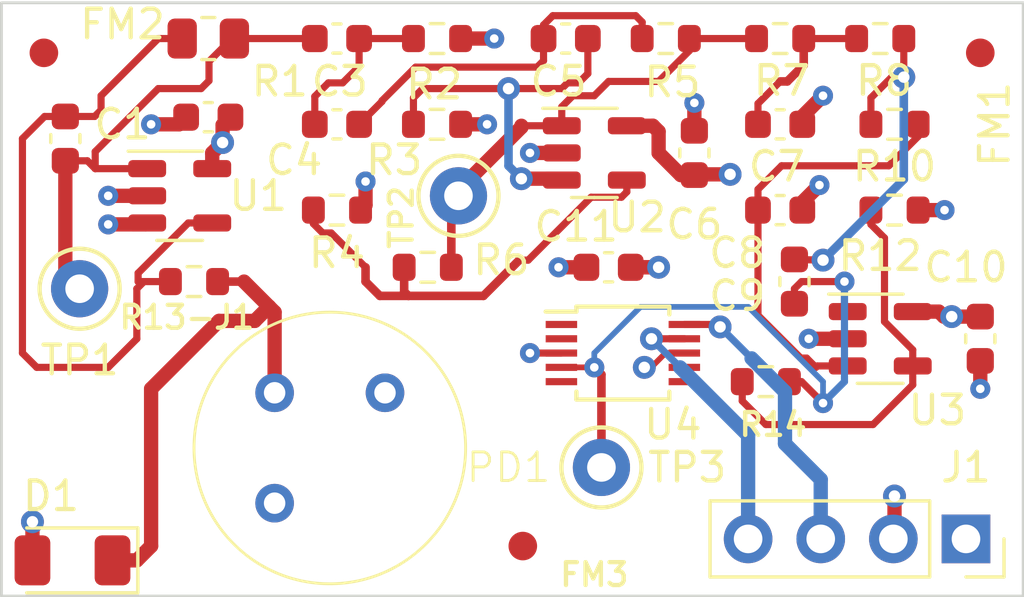
<source format=kicad_pcb>
(kicad_pcb (version 20241229) (generator "pcbnew") (generator_version "9.0")
  (title_block (title "Hemodilution PPG PCB") (date "2025-05-12") (rev "0"))
  (layers (0 "F.Cu" signal) (4 "In1.Cu" signal) (6 "In2.Cu" signal) (2 "B.Cu" signal) (13 "F.Paste" user) (15 "B.Paste" user) (5 "F.SilkS" user "F.Silkscreen") (7 "B.SilkS" user "B.Silkscreen") (1 "F.Mask" user) (3 "B.Mask" user) (25 "Edge.Cuts" user))
  (net 0 "")
  (net 4 "GND")
  (net 6 "/PD")
  (net 7 "/SCL")
  (net 8 "/SDA")
  (net 9 "Net-(U3--)")
  (net 11 "VCC")
  (net 12 "Net-(U1--)")
  (net 13 "Net-(C3-Pad2)")
  (net 14 "Net-(C4-Pad2)")
  (net 15 "Net-(U2-+)")
  (net 16 "Net-(C7-Pad1)")
  (net 17 "Net-(U3-+)")
  (net 18 "Net-(U4-AIN0)")
  (net 19 "Net-(C9-Pad1)")
  (net 20 "Net-(U2--)")
  (net 21 "Net-(R5-Pad2)")
  (net 22 "Net-(C1-Pad2)")
  (footprint "Resistor_SMD:R_0603_1608Metric" (layer "F.Cu") (at 125.5 83)
    (property "Reference" "R7" (at 0.06 1.475 0) (layer "F.SilkS"))
    (property "Value" "330kR" (hide yes))
    (fp_line (start -0.237258 -0.5225) (end 0.237258 -0.5225) (stroke (width 0.12)) (layer "F.SilkS"))
    (fp_line (start -0.237258 0.5225) (end 0.237258 0.5225) (stroke (width 0.12)) (layer "F.SilkS"))
    (pad "1" smd roundrect (at -0.825 0) (size 0.8 0.95) (layers "F.Cu" "F.Mask" "F.Paste") (net 21 "Net-(R5-Pad2)"))
    (pad "2" smd roundrect (at 0.825 0) (size 0.8 0.95) (layers "F.Cu" "F.Mask" "F.Paste") (net 16 "Net-(C7-Pad1)"))
  )
  (footprint "Capacitor_SMD:C_0603_1608Metric" (layer "F.Cu") (at 125.5 86)
    (property "Reference" "C7" (at -0.115 1.475 0) (layer "F.SilkS"))
    (property "Value" "68nC" (hide yes))
    (fp_line (start -0.14058 -0.51) (end 0.14058 -0.51) (stroke (width 0.12)) (layer "F.SilkS"))
    (fp_line (start -0.14058 0.51) (end 0.14058 0.51) (stroke (width 0.12)) (layer "F.SilkS"))
    (pad "1" smd roundrect (at -0.775 0) (size 0.9 0.95) (layers "F.Cu" "F.Mask" "F.Paste") (net 16 "Net-(C7-Pad1)"))
    (pad "2" smd roundrect (at 0.775 0) (size 0.9 0.95) (layers "F.Cu" "F.Mask" "F.Paste") (net 4 "GND"))
  )
  (footprint "Fiducial:Fiducial_1mm_Mask2mm" (layer "F.Cu") (at 99.75 83.5)
    (property "Reference" "FM2" (at 2.75 -1 0) (layer "F.SilkS"))
    (property "Value" "Fiducial" (hide yes))
    (pad "" smd circle (at 0 0) (size 1 1) (layers "F.Cu" "F.Mask") (clearance 0.5))
  )
  (footprint "Capacitor_SMD:C_0603_1608Metric" (layer "F.Cu") (at 119.5 91 180)
    (property "Reference" "C11" (at 1.135 1.425 0) (layer "F.SilkS"))
    (property "Value" "0.1uC" (hide yes))
    (fp_line (start -0.14058 0.51) (end 0.14058 0.51) (stroke (width 0.12)) (layer "F.SilkS"))
    (fp_line (start -0.14058 -0.51) (end 0.14058 -0.51) (stroke (width 0.12)) (layer "F.SilkS"))
    (pad "1" smd roundrect (at -0.775 0 180) (size 0.9 0.95) (layers "F.Cu" "F.Mask" "F.Paste") (net 11 "VCC"))
    (pad "2" smd roundrect (at 0.775 0 180) (size 0.9 0.95) (layers "F.Cu" "F.Mask" "F.Paste") (net 4 "GND"))
  )
  (footprint "Resistor_SMD:R_0603_1608Metric" (layer "F.Cu") (at 129 83)
    (property "Reference" "R8" (at 0.135 1.475 0) (layer "F.SilkS"))
    (property "Value" "330kR" (hide yes))
    (fp_line (start -0.237258 -0.5225) (end 0.237258 -0.5225) (stroke (width 0.12)) (layer "F.SilkS"))
    (fp_line (start -0.237258 0.5225) (end 0.237258 0.5225) (stroke (width 0.12)) (layer "F.SilkS"))
    (pad "1" smd roundrect (at -0.825 0) (size 0.8 0.95) (layers "F.Cu" "F.Mask" "F.Paste") (net 16 "Net-(C7-Pad1)"))
    (pad "2" smd roundrect (at 0.825 0) (size 0.8 0.95) (layers "F.Cu" "F.Mask" "F.Paste") (net 19 "Net-(C9-Pad1)"))
  )
  (footprint "Capacitor_SMD:C_0603_1608Metric" (layer "F.Cu") (at 125.5 89)
    (property "Reference" "C8" (at -1.5 1.5 0) (layer "F.SilkS"))
    (property "Value" "68nC" (hide yes))
    (fp_line (start -0.14058 -0.51) (end 0.14058 -0.51) (stroke (width 0.12)) (layer "F.SilkS"))
    (fp_line (start -0.14058 0.51) (end 0.14058 0.51) (stroke (width 0.12)) (layer "F.SilkS"))
    (pad "1" smd roundrect (at -0.775 0) (size 0.9 0.95) (layers "F.Cu" "F.Mask" "F.Paste") (net 17 "Net-(U3-+)"))
    (pad "2" smd roundrect (at 0.775 0) (size 0.9 0.95) (layers "F.Cu" "F.Mask" "F.Paste") (net 4 "GND"))
  )
  (footprint "Resistor_SMD:R_0603_1608Metric" (layer "F.Cu") (at 125 95)
    (property "Reference" "R14" (at 0.25 1.5 0) (layer "F.SilkS") (effects (font (size 0.8 0.8))))
    (property "Value" "1kR" (hide yes))
    (fp_line (start -0.237258 -0.5225) (end 0.237258 -0.5225) (stroke (width 0.12)) (layer "F.SilkS"))
    (fp_line (start -0.237258 0.5225) (end 0.237258 0.5225) (stroke (width 0.12)) (layer "F.SilkS"))
    (pad "1" smd roundrect (at -0.825 0) (size 0.8 0.95) (layers "F.Cu" "F.Mask" "F.Paste") (net 9 "Net-(U3--)"))
    (pad "2" smd roundrect (at 0.825 0) (size 0.8 0.95) (layers "F.Cu" "F.Mask" "F.Paste") (net 18 "Net-(U4-AIN0)"))
  )
  (footprint "Connector_PinSocket_2.54mm:PinSocket_1x04_P2.54mm_Vertical" (layer "F.Cu") (at 132 100.5 -90)
    (property "Reference" "J1" (at -2.5 0 180) (layer "F.SilkS"))
    (property "Value" "Conn_01x04" (hide yes))
    (fp_line (start -1.33 8.95) (end 1.33 8.95) (stroke (width 0.12)) (layer "F.SilkS"))
    (fp_line (start -1.33 1.27) (end -1.33 8.95) (stroke (width 0.12)) (layer "F.SilkS"))
    (fp_line (start -1.33 1.27) (end 1.33 1.27) (stroke (width 0.12)) (layer "F.SilkS"))
    (fp_line (start 1.33 1.27) (end 1.33 8.95) (stroke (width 0.12)) (layer "F.SilkS"))
    (fp_line (start 0 -1.33) (end 1.33 -1.33) (stroke (width 0.12)) (layer "F.SilkS"))
    (fp_line (start 1.33 -1.33) (end 1.33 0) (stroke (width 0.12)) (layer "F.SilkS"))
    (pad "1" thru_hole rect (at 0 0 270) (size 1.7 1.7) (drill 1) (layers "*.Cu" "*.Mask") (net 4 "GND"))
    (pad "2" thru_hole oval (at 0 2.54 270) (size 1.7 1.7) (drill 1) (layers "*.Cu" "*.Mask") (net 11 "VCC"))
    (pad "3" thru_hole oval (at 0 5.08 270) (size 1.7 1.7) (drill 1) (layers "*.Cu" "*.Mask") (net 7 "/SCL"))
    (pad "4" thru_hole oval (at 0 7.62 270) (size 1.7 1.7) (drill 1) (layers "*.Cu" "*.Mask") (net 8 "/SDA"))
  )
  (footprint "Resistor_SMD:R_0603_1608Metric" (layer "F.Cu") (at 113.175 91)
    (property "Reference" "R6" (at 2.575 -0.25 0) (layer "F.SilkS"))
    (property "Value" "10R" (hide yes))
    (fp_line (start -0.237258 -0.5225) (end 0.237258 -0.5225) (stroke (width 0.12)) (layer "F.SilkS"))
    (fp_line (start -0.237258 0.5225) (end 0.237258 0.5225) (stroke (width 0.12)) (layer "F.SilkS"))
    (pad "1" smd roundrect (at -0.825 0) (size 0.8 0.95) (layers "F.Cu" "F.Mask" "F.Paste") (net 20 "Net-(U2--)"))
    (pad "2" smd roundrect (at 0.825 0) (size 0.8 0.95) (layers "F.Cu" "F.Mask" "F.Paste") (net 21 "Net-(R5-Pad2)"))
  )
  (footprint "Capacitor_SMD:C_0603_1608Metric" (layer "F.Cu") (at 132.5 93.5 -90)
    (property "Reference" "C10" (at -2.5 0.5 0) (layer "F.SilkS"))
    (property "Value" "10uC" (hide yes))
    (fp_line (start -0.14058 0.51) (end 0.14058 0.51) (stroke (width 0.12)) (layer "F.SilkS"))
    (fp_line (start -0.14058 -0.51) (end 0.14058 -0.51) (stroke (width 0.12)) (layer "F.SilkS"))
    (pad "1" smd roundrect (at -0.775 0 270) (size 0.9 0.95) (layers "F.Cu" "F.Mask" "F.Paste") (net 11 "VCC"))
    (pad "2" smd roundrect (at 0.775 0 270) (size 0.9 0.95) (layers "F.Cu" "F.Mask" "F.Paste") (net 4 "GND"))
  )
  (footprint "Resistor_SMD:R_0603_1608Metric" (layer "F.Cu") (at 113.5 83)
    (property "Reference" "R2" (at -0.1 1.6 0) (layer "F.SilkS"))
    (property "Value" "750kR" (hide yes))
    (fp_line (start -0.237258 -0.5225) (end 0.237258 -0.5225) (stroke (width 0.12)) (layer "F.SilkS"))
    (fp_line (start -0.237258 0.5225) (end 0.237258 0.5225) (stroke (width 0.12)) (layer "F.SilkS"))
    (pad "1" smd roundrect (at -0.825 0) (size 0.8 0.95) (layers "F.Cu" "F.Mask" "F.Paste") (net 13 "Net-(C3-Pad2)"))
    (pad "2" smd roundrect (at 0.825 0) (size 0.8 0.95) (layers "F.Cu" "F.Mask" "F.Paste") (net 4 "GND"))
  )
  (footprint "Package_TO_SOT_SMD:SOT-23-5" (layer "F.Cu") (at 119 87)
    (property "Reference" "U2" (at 1.5 2.25 0) (layer "F.SilkS"))
    (property "Value" "OpAmp" (hide yes))
    (fp_line (start 0 -1.56) (end -1.8 -1.56) (stroke (width 0.12)) (layer "F.SilkS"))
    (fp_line (start 0 -1.56) (end 0.8 -1.56) (stroke (width 0.12)) (layer "F.SilkS"))
    (fp_line (start 0 1.56) (end -0.8 1.56) (stroke (width 0.12)) (layer "F.SilkS"))
    (fp_line (start 0 1.56) (end 0.8 1.56) (stroke (width 0.12)) (layer "F.SilkS"))
    (pad "1" smd roundrect (at -1.1375 -0.95) (size 1.325 0.6) (layers "F.Cu" "F.Mask" "F.Paste") (net 21 "Net-(R5-Pad2)"))
    (pad "2" smd roundrect (at -1.1375 0) (size 1.325 0.6) (layers "F.Cu" "F.Mask" "F.Paste") (net 4 "GND"))
    (pad "3" smd roundrect (at -1.1375 0.95) (size 1.325 0.6) (layers "F.Cu" "F.Mask" "F.Paste") (net 15 "Net-(U2-+)"))
    (pad "4" smd roundrect (at 1.1375 0.95) (size 1.325 0.6) (layers "F.Cu" "F.Mask" "F.Paste") (net 20 "Net-(U2--)"))
    (pad "5" smd roundrect (at 1.1375 -0.95) (size 1.325 0.6) (layers "F.Cu" "F.Mask" "F.Paste") (net 11 "VCC"))
  )
  (footprint "LED_SMD:LED_1206_3216Metric" (layer "F.Cu") (at 100.75 101.25 180)
    (property "Reference" "D1" (at 0.75 2.25 0) (layer "F.SilkS"))
    (property "Value" "D_Photo" (hide yes))
    (fp_line (start 1.6 -1.135) (end -2.285 -1.135) (stroke (width 0.12)) (layer "F.SilkS"))
    (fp_line (start -2.285 1.135) (end 1.6 1.135) (stroke (width 0.12)) (layer "F.SilkS"))
    (fp_line (start -2.285 -1.135) (end -2.285 1.135) (stroke (width 0.12)) (layer "F.SilkS"))
    (pad "1" smd roundrect (at -1.4 0 180) (size 1.25 1.75) (layers "F.Cu" "F.Mask" "F.Paste") (roundrect_rratio 0.2) (net 6 "/PD"))
    (pad "2" smd roundrect (at 1.4 0 180) (size 1.25 1.75) (layers "F.Cu" "F.Mask" "F.Paste") (roundrect_rratio 0.2) (net 4 "GND"))
  )
  (footprint "Capacitor_SMD:C_0603_1608Metric" (layer "F.Cu") (at 105.5 85.75 180)
    (property "Reference" "C2" (hide yes))
    (property "Value" "0.1uC" (hide yes))
    (fp_line (start -0.14058 0.51) (end 0.14058 0.51) (stroke (width 0.12)) (layer "F.SilkS"))
    (fp_line (start -0.14058 -0.51) (end 0.14058 -0.51) (stroke (width 0.12)) (layer "F.SilkS"))
    (pad "1" smd roundrect (at -0.775 0 180) (size 0.9 0.95) (layers "F.Cu" "F.Mask" "F.Paste") (net 11 "VCC"))
    (pad "2" smd roundrect (at 0.775 0 180) (size 0.9 0.95) (layers "F.Cu" "F.Mask" "F.Paste") (net 4 "GND"))
  )
  (footprint "TestPoint:TestPoint_Keystone_5000-5004_Miniature" (layer "F.Cu") (at 101 91.75 180)
    (property "Reference" "TP1" (at 0 -2.5 0) (layer "F.SilkS"))
    (property "Value" "TestPoint" (hide yes))
    (fp_circle (center 0 0) (end 1.4 0) (stroke (width 0.15)) (fill no) (layer "F.SilkS"))
    (pad "1" thru_hole circle (at 0 0 180) (size 2 2) (drill 1) (layers "*.Cu" "*.Mask") (net 22 "Net-(C1-Pad2)"))
  )
  (footprint "Fiducial:Fiducial_1mm_Mask2mm" (layer "F.Cu") (at 116.5 100.75)
    (property "Reference" "FM3" (at 2.5 1 0) (layer "F.SilkS") (effects (font (size 0.8 0.8))))
    (property "Value" "Fiducial" (hide yes))
    (pad "" smd circle (at 0 0) (size 1 1) (layers "F.Cu" "F.Mask") (clearance 0.5))
  )
  (footprint "Package_TO_SOT_SMD:SOT-23-5" (layer "F.Cu") (at 104.5 88.5)
    (property "Reference" "U1" (at 2.75 0 0) (layer "F.SilkS"))
    (property "Value" "OpAmp" (hide yes))
    (fp_line (start 0 -1.56) (end -1.8 -1.56) (stroke (width 0.12)) (layer "F.SilkS"))
    (fp_line (start 0 -1.56) (end 0.8 -1.56) (stroke (width 0.12)) (layer "F.SilkS"))
    (fp_line (start 0 1.56) (end -0.8 1.56) (stroke (width 0.12)) (layer "F.SilkS"))
    (fp_line (start 0 1.56) (end 0.8 1.56) (stroke (width 0.12)) (layer "F.SilkS"))
    (pad "1" smd roundrect (at -1.1375 -0.95) (size 1.325 0.6) (layers "F.Cu" "F.Mask" "F.Paste") (net 22 "Net-(C1-Pad2)"))
    (pad "2" smd roundrect (at -1.1375 0) (size 1.325 0.6) (layers "F.Cu" "F.Mask" "F.Paste") (net 4 "GND"))
    (pad "3" smd roundrect (at -1.1375 0.95) (size 1.325 0.6) (layers "F.Cu" "F.Mask" "F.Paste") (net 4 "GND"))
    (pad "4" smd roundrect (at 1.1375 0.95) (size 1.325 0.6) (layers "F.Cu" "F.Mask" "F.Paste") (net 12 "Net-(U1--)"))
    (pad "5" smd roundrect (at 1.1375 -0.95) (size 1.325 0.6) (layers "F.Cu" "F.Mask" "F.Paste") (net 11 "VCC"))
  )
  (footprint "Resistor_SMD:R_0805_2012Metric" (layer "F.Cu") (at 105.5 83)
    (property "Reference" "R1" (at 2.5 1.5 0) (layer "F.SilkS"))
    (property "Value" "1MR" (hide yes))
    (fp_line (start -0.227064 -0.735) (end 0.227064 -0.735) (stroke (width 0.12)) (layer "F.SilkS"))
    (fp_line (start -0.227064 0.735) (end 0.227064 0.735) (stroke (width 0.12)) (layer "F.SilkS"))
    (pad "1" smd roundrect (at -0.9125 0) (size 1.025 1.4) (layers "F.Cu" "F.Mask" "F.Paste") (roundrect_rratio 0.243902439) (net 12 "Net-(U1--)"))
    (pad "2" smd roundrect (at 0.9125 0) (size 1.025 1.4) (layers "F.Cu" "F.Mask" "F.Paste") (roundrect_rratio 0.243902439) (net 22 "Net-(C1-Pad2)"))
  )
  (footprint "Capacitor_SMD:C_0603_1608Metric" (layer "F.Cu") (at 110 83)
    (property "Reference" "C3" (at 0.1 1.5 0) (layer "F.SilkS"))
    (property "Value" "1uC" (hide yes))
    (fp_line (start -0.14058 -0.51) (end 0.14058 -0.51) (stroke (width 0.12)) (layer "F.SilkS"))
    (fp_line (start -0.14058 0.51) (end 0.14058 0.51) (stroke (width 0.12)) (layer "F.SilkS"))
    (pad "1" smd roundrect (at -0.775 0) (size 0.9 0.95) (layers "F.Cu" "F.Mask" "F.Paste") (net 22 "Net-(C1-Pad2)"))
    (pad "2" smd roundrect (at 0.775 0) (size 0.9 0.95) (layers "F.Cu" "F.Mask" "F.Paste") (net 13 "Net-(C3-Pad2)"))
  )
  (footprint "Capacitor_SMD:C_0603_1608Metric" (layer "F.Cu") (at 126 91.5 -90)
    (property "Reference" "C9" (at 0.5 2 180) (layer "F.SilkS"))
    (property "Value" "68nC" (hide yes))
    (fp_line (start -0.14058 0.51) (end 0.14058 0.51) (stroke (width 0.12)) (layer "F.SilkS"))
    (fp_line (start -0.14058 -0.51) (end 0.14058 -0.51) (stroke (width 0.12)) (layer "F.SilkS"))
    (pad "1" smd roundrect (at -0.775 0 270) (size 0.9 0.95) (layers "F.Cu" "F.Mask" "F.Paste") (net 19 "Net-(C9-Pad1)"))
    (pad "2" smd roundrect (at 0.775 0 270) (size 0.9 0.95) (layers "F.Cu" "F.Mask" "F.Paste") (net 18 "Net-(U4-AIN0)"))
  )
  (footprint "Resistor_SMD:R_0603_1608Metric" (layer "F.Cu") (at 113.5 86)
    (property "Reference" "R3" (at -1.5 1.25 0) (layer "F.SilkS"))
    (property "Value" "750kR" (hide yes))
    (fp_line (start -0.237258 -0.5225) (end 0.237258 -0.5225) (stroke (width 0.12)) (layer "F.SilkS"))
    (fp_line (start -0.237258 0.5225) (end 0.237258 0.5225) (stroke (width 0.12)) (layer "F.SilkS"))
    (pad "1" smd roundrect (at -0.825 0) (size 0.8 0.95) (layers "F.Cu" "F.Mask" "F.Paste") (net 15 "Net-(U2-+)"))
    (pad "2" smd roundrect (at 0.825 0) (size 0.8 0.95) (layers "F.Cu" "F.Mask" "F.Paste") (net 4 "GND"))
  )
  (footprint "Fiducial:Fiducial_1mm_Mask2mm" (layer "F.Cu") (at 132.5 83.5)
    (property "Reference" "FM1" (at 0.5 2.5 90) (layer "F.SilkS"))
    (property "Value" "Fiducial" (hide yes))
    (pad "" smd circle (at 0 0) (size 1 1) (layers "F.Cu" "F.Mask") (clearance 0.5))
  )
  (footprint "TestPoint:TestPoint_Keystone_5000-5004_Miniature" (layer "F.Cu") (at 114.25 88.5)
    (property "Reference" "TP2" (at -2 0.75 90) (layer "F.SilkS") (effects (font (size 0.8 0.8))))
    (property "Value" "TestPoint" (hide yes))
    (fp_circle (center 0 0) (end 1.4 0) (stroke (width 0.15)) (fill no) (layer "F.SilkS"))
    (pad "1" thru_hole circle (at 0 0) (size 2 2) (drill 1) (layers "*.Cu" "*.Mask") (net 21 "Net-(R5-Pad2)"))
  )
  (footprint "Resistor_SMD:R_0603_1608Metric" (layer "F.Cu") (at 121.5 83)
    (property "Reference" "R5" (at 0.235 1.525 0) (layer "F.SilkS"))
    (property "Value" "750kR" (hide yes))
    (fp_line (start -0.237258 -0.5225) (end 0.237258 -0.5225) (stroke (width 0.12)) (layer "F.SilkS"))
    (fp_line (start -0.237258 0.5225) (end 0.237258 0.5225) (stroke (width 0.12)) (layer "F.SilkS"))
    (pad "1" smd roundrect (at -0.825 0) (size 0.8 0.95) (layers "F.Cu" "F.Mask" "F.Paste") (net 14 "Net-(C4-Pad2)"))
    (pad "2" smd roundrect (at 0.825 0) (size 0.8 0.95) (layers "F.Cu" "F.Mask" "F.Paste") (net 21 "Net-(R5-Pad2)"))
  )
  (footprint "Capacitor_SMD:C_0603_1608Metric" (layer "F.Cu") (at 122.5 87 90)
    (property "Reference" "C6" (at -2.5 0 180) (layer "F.SilkS"))
    (property "Value" "1uC" (hide yes))
    (fp_line (start -0.14058 -0.51) (end 0.14058 -0.51) (stroke (width 0.12)) (layer "F.SilkS"))
    (fp_line (start -0.14058 0.51) (end 0.14058 0.51) (stroke (width 0.12)) (layer "F.SilkS"))
    (pad "1" smd roundrect (at -0.775 0 90) (size 0.9 0.95) (layers "F.Cu" "F.Mask" "F.Paste") (net 11 "VCC"))
    (pad "2" smd roundrect (at 0.775 0 90) (size 0.9 0.95) (layers "F.Cu" "F.Mask" "F.Paste") (net 4 "GND"))
  )
  (footprint "Resistor_SMD:R_0603_1608Metric" (layer "F.Cu") (at 110 89)
    (property "Reference" "R4" (at 0 1.5 0) (layer "F.SilkS"))
    (property "Value" "1kR" (hide yes))
    (fp_line (start -0.237258 -0.5225) (end 0.237258 -0.5225) (stroke (width 0.12)) (layer "F.SilkS"))
    (fp_line (start -0.237258 0.5225) (end 0.237258 0.5225) (stroke (width 0.12)) (layer "F.SilkS"))
    (pad "1" smd roundrect (at -0.825 0) (size 0.8 0.95) (layers "F.Cu" "F.Mask" "F.Paste") (net 20 "Net-(U2--)"))
    (pad "2" smd roundrect (at 0.825 0) (size 0.8 0.95) (layers "F.Cu" "F.Mask" "F.Paste") (net 4 "GND"))
  )
  (footprint "Resistor_SMD:R_0603_1608Metric" (layer "F.Cu") (at 129.5 89)
    (property "Reference" "R12" (at -0.5 1.6 0) (layer "F.SilkS"))
    (property "Value" "1kR" (hide yes))
    (fp_line (start -0.237258 -0.5225) (end 0.237258 -0.5225) (stroke (width 0.12)) (layer "F.SilkS"))
    (fp_line (start -0.237258 0.5225) (end 0.237258 0.5225) (stroke (width 0.12)) (layer "F.SilkS"))
    (pad "1" smd roundrect (at -0.825 0) (size 0.8 0.95) (layers "F.Cu" "F.Mask" "F.Paste") (net 9 "Net-(U3--)"))
    (pad "2" smd roundrect (at 0.825 0) (size 0.8 0.95) (layers "F.Cu" "F.Mask" "F.Paste") (net 4 "GND"))
  )
  (footprint "TestPoint:TestPoint_Keystone_5000-5004_Miniature" (layer "F.Cu") (at 119.25 98)
    (property "Reference" "TP3" (at 3 0 0) (layer "F.SilkS"))
    (property "Value" "TestPoint" (hide yes))
    (fp_circle (center 0 0) (end 1.4 0) (stroke (width 0.15)) (fill no) (layer "F.SilkS"))
    (pad "1" thru_hole circle (at 0 0) (size 2 2) (drill 1) (layers "*.Cu" "*.Mask") (net 18 "Net-(U4-AIN0)"))
  )
  (footprint "Resistor_SMD:R_0603_1608Metric" (layer "F.Cu") (at 129.5 86)
    (property "Reference" "R10" (at 0 1.475 0) (layer "F.SilkS"))
    (property "Value" "330kR" (hide yes))
    (fp_line (start -0.237258 -0.5225) (end 0.237258 -0.5225) (stroke (width 0.12)) (layer "F.SilkS"))
    (fp_line (start -0.237258 0.5225) (end 0.237258 0.5225) (stroke (width 0.12)) (layer "F.SilkS"))
    (pad "1" smd roundrect (at -0.825 0) (size 0.8 0.95) (layers "F.Cu" "F.Mask" "F.Paste") (net 19 "Net-(C9-Pad1)"))
    (pad "2" smd roundrect (at 0.825 0) (size 0.8 0.95) (layers "F.Cu" "F.Mask" "F.Paste") (net 17 "Net-(U3-+)"))
  )
  (footprint "ppg:FGA21" (layer "F.Cu") (at 107.8196 99.25 90)
    (property "Reference" "PD1" (at 1.25 8.1804 0) (layer "F.SilkS") (effects (font (thickness 0.1))))
    (property "Value" "MTypePD" (hide yes))
    (fp_circle (center 1.9304 1.9304) (end 6.6804 1.9304) (stroke (width 0.1)) (fill no) (layer "F.SilkS"))
    (pad "1" thru_hole circle (at 0 0 90) (size 1.35 1.35) (drill 0.75) (layers "*.Cu" "*.Mask") (net 4 "GND"))
    (pad "2" thru_hole circle (at 3.8608 0 90) (size 1.35 1.35) (drill 0.75) (layers "*.Cu" "*.Mask") (net 6 "/PD"))
    (pad "3" thru_hole circle (at 3.8608 3.8608 90) (size 1.35 1.35) (drill 0.75) (layers "*.Cu" "*.Mask") (net 4 "GND"))
  )
  (footprint "Capacitor_SMD:C_0603_1608Metric" (layer "F.Cu") (at 100.5 86.5 -90)
    (property "Reference" "C1" (at -0.5 -2 0) (layer "F.SilkS"))
    (property "Value" ".4pC" (hide yes))
    (fp_line (start -0.14058 0.51) (end 0.14058 0.51) (stroke (width 0.12)) (layer "F.SilkS"))
    (fp_line (start -0.14058 -0.51) (end 0.14058 -0.51) (stroke (width 0.12)) (layer "F.SilkS"))
    (pad "1" smd roundrect (at -0.775 0 270) (size 0.9 0.95) (layers "F.Cu" "F.Mask" "F.Paste") (net 12 "Net-(U1--)"))
    (pad "2" smd roundrect (at 0.775 0 270) (size 0.9 0.95) (layers "F.Cu" "F.Mask" "F.Paste") (net 22 "Net-(C1-Pad2)"))
  )
  (footprint "Capacitor_SMD:C_0603_1608Metric" (layer "F.Cu") (at 118 83)
    (property "Reference" "C5" (at -0.25 1.5 0) (layer "F.SilkS"))
    (property "Value" "1uC" (hide yes))
    (fp_line (start -0.14058 -0.51) (end 0.14058 -0.51) (stroke (width 0.12)) (layer "F.SilkS"))
    (fp_line (start -0.14058 0.51) (end 0.14058 0.51) (stroke (width 0.12)) (layer "F.SilkS"))
    (pad "1" smd roundrect (at -0.775 0) (size 0.9 0.95) (layers "F.Cu" "F.Mask" "F.Paste") (net 14 "Net-(C4-Pad2)"))
    (pad "2" smd roundrect (at 0.775 0) (size 0.9 0.95) (layers "F.Cu" "F.Mask" "F.Paste") (net 15 "Net-(U2-+)"))
  )
  (footprint "Package_SO:TSSOP-10_3x3mm_P0.5mm" (layer "F.Cu") (at 120 94)
    (property "Reference" "U4" (at 1.75 2.5 0) (layer "F.SilkS"))
    (property "Value" "ADS1115" (hide yes))
    (fp_line (start -1.625 -1.625) (end -1.625 -1.45) (stroke (width 0.15)) (layer "F.SilkS"))
    (fp_line (start -1.625 -1.625) (end 1.625 -1.625) (stroke (width 0.15)) (layer "F.SilkS"))
    (fp_line (start -1.625 -1.45) (end -2.7 -1.45) (stroke (width 0.15)) (layer "F.SilkS"))
    (fp_line (start -1.625 1.625) (end -1.625 1.35) (stroke (width 0.15)) (layer "F.SilkS"))
    (fp_line (start -1.625 1.625) (end 1.625 1.625) (stroke (width 0.15)) (layer "F.SilkS"))
    (fp_line (start 1.625 -1.625) (end 1.625 -1.35) (stroke (width 0.15)) (layer "F.SilkS"))
    (fp_line (start 1.625 1.625) (end 1.625 1.35) (stroke (width 0.15)) (layer "F.SilkS"))
    (pad "1" smd rect (at -2.15 -1) (size 1.1 0.25) (layers "F.Cu" "F.Mask" "F.Paste"))
    (pad "2" smd rect (at -2.15 -0.5) (size 1.1 0.25) (layers "F.Cu" "F.Mask" "F.Paste"))
    (pad "3" smd rect (at -2.15 0) (size 1.1 0.25) (layers "F.Cu" "F.Mask" "F.Paste") (net 4 "GND"))
    (pad "4" smd rect (at -2.15 0.5) (size 1.1 0.25) (layers "F.Cu" "F.Mask" "F.Paste") (net 18 "Net-(U4-AIN0)"))
    (pad "5" smd rect (at -2.15 1) (size 1.1 0.25) (layers "F.Cu" "F.Mask" "F.Paste"))
    (pad "6" smd rect (at 2.15 1) (size 1.1 0.25) (layers "F.Cu" "F.Mask" "F.Paste"))
    (pad "7" smd rect (at 2.15 0.5) (size 1.1 0.25) (layers "F.Cu" "F.Mask" "F.Paste"))
    (pad "8" smd rect (at 2.15 0) (size 1.1 0.25) (layers "F.Cu" "F.Mask" "F.Paste") (net 11 "VCC"))
    (pad "9" smd rect (at 2.15 -0.5) (size 1.1 0.25) (layers "F.Cu" "F.Mask" "F.Paste") (net 8 "/SDA"))
    (pad "10" smd rect (at 2.15 -1) (size 1.1 0.25) (layers "F.Cu" "F.Mask" "F.Paste") (net 7 "/SCL"))
  )
  (footprint "Capacitor_SMD:C_0603_1608Metric" (layer "F.Cu") (at 110 86)
    (property "Reference" "C4" (at -1.5 1.25 0) (layer "F.SilkS"))
    (property "Value" "1uC" (hide yes))
    (fp_line (start -0.14058 -0.51) (end 0.14058 -0.51) (stroke (width 0.12)) (layer "F.SilkS"))
    (fp_line (start -0.14058 0.51) (end 0.14058 0.51) (stroke (width 0.12)) (layer "F.SilkS"))
    (pad "1" smd roundrect (at -0.775 0) (size 0.9 0.95) (layers "F.Cu" "F.Mask" "F.Paste") (net 13 "Net-(C3-Pad2)"))
    (pad "2" smd roundrect (at 0.775 0) (size 0.9 0.95) (layers "F.Cu" "F.Mask" "F.Paste") (net 14 "Net-(C4-Pad2)"))
  )
  (footprint "Package_TO_SOT_SMD:SOT-23-5" (layer "F.Cu") (at 129 93.5)
    (property "Reference" "U3" (at 2 2.5 0) (layer "F.SilkS"))
    (property "Value" "OpAmp" (hide yes))
    (fp_line (start 0 -1.56) (end -1.8 -1.56) (stroke (width 0.12)) (layer "F.SilkS"))
    (fp_line (start 0 -1.56) (end 0.8 -1.56) (stroke (width 0.12)) (layer "F.SilkS"))
    (fp_line (start 0 1.56) (end -0.8 1.56) (stroke (width 0.12)) (layer "F.SilkS"))
    (fp_line (start 0 1.56) (end 0.8 1.56) (stroke (width 0.12)) (layer "F.SilkS"))
    (pad "1" smd roundrect (at -1.1375 -0.95) (size 1.325 0.6) (layers "F.Cu" "F.Mask" "F.Paste") (net 18 "Net-(U4-AIN0)"))
    (pad "2" smd roundrect (at -1.1375 0) (size 1.325 0.6) (layers "F.Cu" "F.Mask" "F.Paste") (net 4 "GND"))
    (pad "3" smd roundrect (at -1.1375 0.95) (size 1.325 0.6) (layers "F.Cu" "F.Mask" "F.Paste") (net 17 "Net-(U3-+)"))
    (pad "4" smd roundrect (at 1.1375 0.95) (size 1.325 0.6) (layers "F.Cu" "F.Mask" "F.Paste") (net 9 "Net-(U3--)"))
    (pad "5" smd roundrect (at 1.1375 -0.95) (size 1.325 0.6) (layers "F.Cu" "F.Mask" "F.Paste") (net 11 "VCC"))
  )
  (footprint "Resistor_SMD:R_0603_1608Metric" (layer "F.Cu") (at 105 91.5)
    (property "Reference" "R13-J1" (at -0.25 1.25 0) (layer "F.SilkS") (effects (font (size 0.8 0.8))))
    (property "Value" "0R" (hide yes))
    (fp_line (start -0.237258 -0.5225) (end 0.237258 -0.5225) (stroke (width 0.12)) (layer "F.SilkS"))
    (fp_line (start -0.237258 0.5225) (end 0.237258 0.5225) (stroke (width 0.12)) (layer "F.SilkS"))
    (pad "1" smd roundrect (at -0.825 0) (size 0.8 0.95) (layers "F.Cu" "F.Mask" "F.Paste") (net 12 "Net-(U1--)"))
    (pad "2" smd roundrect (at 0.825 0) (size 0.8 0.95) (layers "F.Cu" "F.Mask" "F.Paste") (net 6 "/PD"))
  )
  (gr_rect (start 98.265 81.75) (end 134 102.5) (stroke (width 0.1)) (fill no) (layer "Edge.Cuts"))
  (segment (start 115.5 83) (end 114.325 83) (width 0.5) (layer "F.Cu") (net 4))
  (segment (start 126.275 88.725) (end 126.275 89) (width 0.5) (layer "F.Cu") (net 4))
  (segment (start 111 88.825) (end 110.825 89) (width 0.5) (layer "F.Cu") (net 4))
  (segment (start 117.75 91) (end 118.725 91) (width 0.5) (layer "F.Cu") (net 4))
  (segment (start 126.275 86) (end 126.275 85.725) (width 0.5) (layer "F.Cu") (net 4))
  (segment (start 111 88) (end 111 88.825) (width 0.5) (layer "F.Cu") (net 4))
  (segment (start 126.275 85.725) (end 127 85) (width 0.5) (layer "F.Cu") (net 4))
  (segment (start 126.5 93.5) (end 127.8625 93.5) (width 0.5) (layer "F.Cu") (net 4))
  (segment (start 102 89.5) (end 103.3125 89.5) (width 0.5) (layer "F.Cu") (net 4))
  (segment (start 117.85 94) (end 116.75 94) (width 0.25) (layer "F.Cu") (net 4))
  (segment (start 103.3125 89.5) (end 103.3625 89.45) (width 0.5) (layer "F.Cu") (net 4))
  (segment (start 102 88.5) (end 103.3625 88.5) (width 0.5) (layer "F.Cu") (net 4))
  (segment (start 115.25 86) (end 114.325 86) (width 0.5) (layer "F.Cu") (net 4))
  (segment (start 104.475 86) (end 104.725 85.75) (width 0.5) (layer "F.Cu") (net 4))
  (segment (start 132.5 95.25) (end 132.5 94.275) (width 0.5) (layer "F.Cu") (net 4))
  (segment (start 99.35 101.25) (end 99.35 99.9) (width 0.5) (layer "F.Cu") (net 4))
  (segment (start 122.5 85.25) (end 122.5 86.225) (width 0.5) (layer "F.Cu") (net 4))
  (segment (start 116.75 87) (end 117.8625 87) (width 0.5) (layer "F.Cu") (net 4))
  (segment (start 103.5 86) (end 104.475 86) (width 0.5) (layer "F.Cu") (net 4))
  (segment (start 126.875 88.125) (end 126.275 88.725) (width 0.5) (layer "F.Cu") (net 4))
  (segment (start 130.325 89) (end 131.25 89) (width 0.5) (layer "F.Cu") (net 4))
  (via (at 116.75 87) (size 0.7) (drill 0.3) (layers "F.Cu" "B.Cu") (net 4))
  (via (at 122.5 85.25) (size 0.7) (drill 0.3) (layers "F.Cu" "B.Cu") (net 4))
  (via (at 111 88) (size 0.7) (drill 0.3) (layers "F.Cu" "B.Cu") (net 4))
  (via (at 132.5 95.25) (size 0.7) (drill 0.3) (layers "F.Cu" "B.Cu") (net 4))
  (via (at 117.75 91) (size 0.7) (drill 0.3) (layers "F.Cu" "B.Cu") (net 4))
  (via (at 102 88.5) (size 0.7) (drill 0.3) (layers "F.Cu" "B.Cu") (net 4))
  (via (at 115.5 83) (size 0.7) (drill 0.3) (layers "F.Cu" "B.Cu") (net 4))
  (via (at 126.875 88.125) (size 0.7) (drill 0.3) (layers "F.Cu" "B.Cu") (net 4))
  (via (at 127 85) (size 0.7) (drill 0.3) (layers "F.Cu" "B.Cu") (net 4))
  (via (at 116.75 94) (size 0.7) (drill 0.3) (layers "F.Cu" "B.Cu") (net 4))
  (via (at 102 89.5) (size 0.7) (drill 0.3) (layers "F.Cu" "B.Cu") (net 4))
  (via (at 126.5 93.5) (size 0.7) (drill 0.3) (layers "F.Cu" "B.Cu") (net 4))
  (via (at 115.25 86) (size 0.7) (drill 0.3) (layers "F.Cu" "B.Cu") (net 4))
  (via (at 103.5 86) (size 0.7) (drill 0.3) (layers "F.Cu" "B.Cu") (net 4))
  (via (at 131.25 89) (size 0.7) (drill 0.3) (layers "F.Cu" "B.Cu") (net 4))
  (via (at 99.35 99.9) (size 0.8) (drill 0.4) (layers "F.Cu" "B.Cu") (net 4))
  (segment (start 106.75 91.5) (end 107.625 92.375) (width 0.5) (layer "F.Cu") (net 6))
  (segment (start 103.5 100.75) (end 103 101.25) (width 0.5) (layer "F.Cu") (net 6))
  (segment (start 107.625 92.375) (end 107.8196 92.5696) (width 0.5) (layer "F.Cu") (net 6))
  (segment (start 103.5 95.25) (end 103.5 100.75) (width 0.5) (layer "F.Cu") (net 6))
  (segment (start 103 101.25) (end 102.15 101.25) (width 0.5) (layer "F.Cu") (net 6))
  (segment (start 105.825 91.5) (end 106.75 91.5) (width 0.3) (layer "F.Cu") (net 6))
  (segment (start 107.125 92.875) (end 107.625 92.375) (width 0.5) (layer "F.Cu") (net 6))
  (segment (start 105.875 92.875) (end 107.125 92.875) (width 0.5) (layer "F.Cu") (net 6))
  (segment (start 107.8196 92.5696) (end 107.8196 95.3892) (width 0.5) (layer "F.Cu") (net 6))
  (segment (start 105.875 92.875) (end 103.5 95.25) (width 0.5) (layer "F.Cu") (net 6))
  (segment (start 123.314925 93) (end 123.4 93.085075) (width 0.25) (layer "F.Cu") (net 7))
  (segment (start 122.15 93) (end 123.314925 93) (width 0.25) (layer "F.Cu") (net 7))
  (via (at 123.4 93.085075) (size 0.8) (drill 0.4) (layers "F.Cu" "B.Cu") (net 7))
  (segment (start 123.4 93.085075) (end 124.5 94.185075) (width 0.25) (layer "B.Cu") (net 7))
  (segment (start 126.92 98.42) (end 126.92 100.5) (width 0.5) (layer "B.Cu") (net 7))
  (segment (start 125.67 95.355075) (end 125.67 97.17) (width 0.5) (layer "B.Cu") (net 7))
  (segment (start 125.67 97.17) (end 126.92 98.42) (width 0.5) (layer "B.Cu") (net 7))
  (segment (start 124.5 94.185075) (end 125.67 95.355075) (width 0.5) (layer "B.Cu") (net 7))
  (segment (start 122.15 93.5) (end 121 93.5) (width 0.25) (layer "F.Cu") (net 8))
  (via (at 121 93.5) (size 0.8) (drill 0.4) (layers "F.Cu" "B.Cu") (net 8))
  (segment (start 121 93.5) (end 122 94.5) (width 0.25) (layer "B.Cu") (net 8))
  (segment (start 124.38 96.88) (end 124.38 100.5) (width 0.5) (layer "B.Cu") (net 8))
  (segment (start 122 94.5) (end 124.38 96.88) (width 0.5) (layer "B.Cu") (net 8))
  (segment (start 124.175 95) (end 124.175 95.675) (width 0.25) (layer "F.Cu") (net 9))
  (segment (start 130.1375 94.45) (end 130.1375 93.8875) (width 0.25) (layer "F.Cu") (net 9))
  (segment (start 124.175 95.675) (end 125 96.5) (width 0.25) (layer "F.Cu") (net 9))
  (segment (start 130.1375 93.8875) (end 129.15 92.9) (width 0.25) (layer "F.Cu") (net 9))
  (segment (start 125 96.5) (end 128.75 96.5) (width 0.25) (layer "F.Cu") (net 9))
  (segment (start 128.75 96.5) (end 130.1375 95.1125) (width 0.25) (layer "F.Cu") (net 9))
  (segment (start 128.675 89.5) (end 128.675 89) (width 0.25) (layer "F.Cu") (net 9))
  (segment (start 130.1375 95.1125) (end 130.1375 94.45) (width 0.25) (layer "F.Cu") (net 9))
  (segment (start 129.15 89.975) (end 128.675 89.5) (width 0.25) (layer "F.Cu") (net 9))
  (segment (start 129.15 92.9) (end 129.15 89.975) (width 0.25) (layer "F.Cu") (net 9))
  (segment (start 105.6375 87) (end 105.6375 87.55) (width 0.5) (layer "F.Cu") (net 11))
  (segment (start 121.25 87) (end 121.25 86.25) (width 0.5) (layer "F.Cu") (net 11))
  (segment (start 131.5 92.725) (end 132.5 92.725) (width 0.5) (layer "F.Cu") (net 11))
  (segment (start 120.98995 94.5) (end 120.75 94.5) (width 0.2) (layer "F.Cu") (net 11))
  (segment (start 131.05 92.55) (end 130.1375 92.55) (width 0.5) (layer "F.Cu") (net 11))
  (segment (start 122.5 87.775) (end 122.025 87.775) (width 0.5) (layer "F.Cu") (net 11))
  (segment (start 121.48995 94) (end 120.98995 94.5) (width 0.2) (layer "F.Cu") (net 11))
  (segment (start 121.25 91) (end 120.75 91) (width 0.5) (layer "F.Cu") (net 11))
  (segment (start 129.5 99) (end 129.5 100.46) (width 0.5) (layer "F.Cu") (net 11))
  (segment (start 122.15 94) (end 121.48995 94) (width 0.2) (layer "F.Cu") (net 11))
  (segment (start 106 86.6375) (end 106 86.025) (width 0.5) (layer "F.Cu") (net 11))
  (segment (start 120.275 91) (end 121.25 91) (width 0.5) (layer "F.Cu") (net 11))
  (segment (start 131.5 92.725) (end 131.225 92.725) (width 0.5) (layer "F.Cu") (net 11))
  (segment (start 123.75 87.75) (end 122.525 87.75) (width 0.5) (layer "F.Cu") (net 11))
  (segment (start 122.525 87.75) (end 122.5 87.775) (width 0.5) (layer "F.Cu") (net 11))
  (segment (start 121.05 86.05) (end 120.1375 86.05) (width 0.5) (layer "F.Cu") (net 11))
  (segment (start 106 86.6375) (end 105.6375 87) (width 0.5) (layer "F.Cu") (net 11))
  (segment (start 106 86.025) (end 106.275 85.75) (width 0.5) (layer "F.Cu") (net 11))
  (segment (start 131.225 92.725) (end 131.05 92.55) (width 0.5) (layer "F.Cu") (net 11))
  (segment (start 121.25 86.25) (end 121.05 86.05) (width 0.5) (layer "F.Cu") (net 11))
  (segment (start 122.025 87.775) (end 121.25 87) (width 0.5) (layer "F.Cu") (net 11))
  (via (at 131.5 92.725) (size 0.8) (drill 0.4) (layers "F.Cu" "B.Cu") (net 11))
  (via (at 120.75 94.5) (size 0.8) (drill 0.4) (layers "F.Cu" "B.Cu") (net 11))
  (via (at 129.5 99) (size 0.8) (drill 0.4) (layers "F.Cu" "B.Cu") (net 11))
  (via (at 121.25 91) (size 0.8) (drill 0.4) (layers "F.Cu" "B.Cu") (net 11))
  (via (at 106 86.6375) (size 0.8) (drill 0.4) (layers "F.Cu" "B.Cu") (net 11))
  (via (at 123.75 87.75) (size 0.8) (drill 0.4) (layers "F.Cu" "B.Cu") (net 11))
  (segment (start 103.045405 91.5) (end 103.25 91.5) (width 0.25) (layer "F.Cu") (net 12))
  (segment (start 104.8 89.45) (end 103.045405 91.204595) (width 0.25) (layer "F.Cu") (net 12))
  (segment (start 103 93.5) (end 103 91.75) (width 0.25) (layer "F.Cu") (net 12))
  (segment (start 99 94) (end 99.5 94.5) (width 0.25) (layer "F.Cu") (net 12))
  (segment (start 99.5 94.5) (end 102 94.5) (width 0.25) (layer "F.Cu") (net 12))
  (segment (start 104.675 83) (end 103.75 83) (width 0.25) (layer "F.Cu") (net 12))
  (segment (start 100.5 85.725) (end 99.775 85.725) (width 0.25) (layer "F.Cu") (net 12))
  (segment (start 102 94.5) (end 103 93.5) (width 0.25) (layer "F.Cu") (net 12))
  (segment (start 99 86.5) (end 99 94) (width 0.25) (layer "F.Cu") (net 12))
  (segment (start 103 91.75) (end 103.25 91.5) (width 0.25) (layer "F.Cu") (net 12))
  (segment (start 101.75 85) (end 101.75 85.5) (width 0.25) (layer "F.Cu") (net 12))
  (segment (start 103.045405 91.204595) (end 103.045405 91.5) (width 0.25) (layer "F.Cu") (net 12))
  (segment (start 105.6375 89.45) (end 104.8 89.45) (width 0.25) (layer "F.Cu") (net 12))
  (segment (start 103.75 83) (end 101.75 85) (width 0.25) (layer "F.Cu") (net 12))
  (segment (start 101.75 85.5) (end 101.525 85.725) (width 0.25) (layer "F.Cu") (net 12))
  (segment (start 101.525 85.725) (end 100.5 85.725) (width 0.25) (layer "F.Cu") (net 12))
  (segment (start 99.775 85.725) (end 99 86.5) (width 0.25) (layer "F.Cu") (net 12))
  (segment (start 103.25 91.5) (end 104.175 91.5) (width 0.25) (layer "F.Cu") (net 12))
  (segment (start 110.2 84.55) (end 110.775 83.975) (width 0.25) (layer "F.Cu") (net 13))
  (segment (start 110.775 83.975) (end 110.775 83) (width 0.25) (layer "F.Cu") (net 13))
  (segment (start 110.775 83) (end 112.675 83) (width 0.25) (layer "F.Cu") (net 13))
  (segment (start 109.7 84.55) (end 110.2 84.55) (width 0.25) (layer "F.Cu") (net 13))
  (segment (start 109.225 86) (end 109.225 85.025) (width 0.25) (layer "F.Cu") (net 13))
  (segment (start 109.225 85.025) (end 109.7 84.55) (width 0.25) (layer "F.Cu") (net 13))
  (segment (start 117.225 83.775) (end 117 84) (width 0.25) (layer "F.Cu") (net 14))
  (segment (start 117.225 82.525) (end 117.225 83) (width 0.25) (layer "F.Cu") (net 14))
  (segment (start 111.575 85.2) (end 110.775 86) (width 0.25) (layer "F.Cu") (net 14))
  (segment (start 117 84) (end 112.75 84) (width 0.25) (layer "F.Cu") (net 14))
  (segment (start 120.675 82.425) (end 120.45 82.2) (width 0.25) (layer "F.Cu") (net 14))
  (segment (start 112.75 84) (end 111.575 85.175) (width 0.25) (layer "F.Cu") (net 14))
  (segment (start 120.675 83) (end 120.675 82.425) (width 0.25) (layer "F.Cu") (net 14))
  (segment (start 117.225 83) (end 117.225 83.775) (width 0.25) (layer "F.Cu") (net 14))
  (segment (start 111.575 85.175) (end 111.575 85.2) (width 0.25) (layer "F.Cu") (net 14))
  (segment (start 120.45 82.2) (end 117.55 82.2) (width 0.25) (layer "F.Cu") (net 14))
  (segment (start 117.55 82.2) (end 117.225 82.525) (width 0.25) (layer "F.Cu") (net 14))
  (segment (start 118.775 84.225) (end 118.45 84.55) (width 0.25) (layer "F.Cu") (net 15))
  (segment (start 118.45 84.55) (end 118.063604 84.55) (width 0.25) (layer "F.Cu") (net 15))
  (segment (start 117.863604 84.75) (end 116 84.75) (width 0.25) (layer "F.Cu") (net 15))
  (segment (start 116.449583 87.901251) (end 117.813751 87.901251) (width 0.5) (layer "F.Cu") (net 15))
  (segment (start 118.775 83) (end 118.775 84.225) (width 0.25) (layer "F.Cu") (net 15))
  (segment (start 117.813751 87.901251) (end 117.8625 87.95) (width 0.5) (layer "F.Cu") (net 15))
  (segment (start 118.063604 84.55) (end 117.863604 84.75) (width 0.25) (layer "F.Cu") (net 15))
  (segment (start 116 84.75) (end 113 84.75) (width 0.25) (layer "F.Cu") (net 15))
  (segment (start 112.675 85.075) (end 112.675 86) (width 0.25) (layer "F.Cu") (net 15))
  (segment (start 113 84.75) (end 112.675 85.075) (width 0.25) (layer "F.Cu") (net 15))
  (via (at 116.449583 87.901251) (size 0.8) (drill 0.4) (layers "F.Cu" "B.Cu") (net 15))
  (via (at 116 84.75) (size 0.8) (drill 0.4) (layers "F.Cu" "B.Cu") (net 15))
  (segment (start 116 87.451668) (end 116.449583 87.901251) (width 0.3) (layer "B.Cu") (net 15))
  (segment (start 116 84.75) (end 116 87.451668) (width 0.3) (layer "B.Cu") (net 15))
  (segment (start 126.325 83.925) (end 125.75 84.5) (width 0.3) (layer "F.Cu") (net 16))
  (segment (start 125.75 84.5) (end 125.5 84.5) (width 0.3) (layer "F.Cu") (net 16))
  (segment (start 124.725 86) (end 124.725 85.275) (width 0.25) (layer "F.Cu") (net 16))
  (segment (start 126.325 83) (end 126.325 83.925) (width 0.3) (layer "F.Cu") (net 16))
  (segment (start 124.725 85.275) (end 125.5 84.5) (width 0.25) (layer "F.Cu") (net 16))
  (segment (start 126.325 83) (end 128.175 83) (width 0.25) (layer "F.Cu") (net 16))
  (segment (start 124.725 89) (end 124.725 88.275) (width 0.25) (layer "F.Cu") (net 17))
  (segment (start 124.725 92.679595) (end 124.725 89) (width 0.25) (layer "F.Cu") (net 17))
  (segment (start 127.8625 94.45) (end 126.8 94.45) (width 0.25) (layer "F.Cu") (net 17))
  (segment (start 125.55 87.45) (end 129.3 87.45) (width 0.25) (layer "F.Cu") (net 17))
  (segment (start 126.8 94.45) (end 126.75 94.5) (width 0.25) (layer "F.Cu") (net 17))
  (segment (start 129.3 87.45) (end 130.325 86.425) (width 0.25) (layer "F.Cu") (net 17))
  (segment (start 126.425 94.175) (end 126.220405 94.175) (width 0.25) (layer "F.Cu") (net 17))
  (segment (start 130.325 86.425) (end 130.325 86) (width 0.25) (layer "F.Cu") (net 17))
  (segment (start 124.725 88.275) (end 125.55 87.45) (width 0.25) (layer "F.Cu") (net 17))
  (segment (start 126.75 94.5) (end 126.425 94.175) (width 0.25) (layer "F.Cu") (net 17))
  (segment (start 126.220405 94.175) (end 124.725 92.679595) (width 0.25) (layer "F.Cu") (net 17))
  (segment (start 126.25 91.5) (end 126 91.75) (width 0.25) (layer "F.Cu") (net 18))
  (segment (start 126 91.75) (end 126 92.275) (width 0.25) (layer "F.Cu") (net 18))
  (segment (start 126.25 95) (end 127 95.75) (width 0.25) (layer "F.Cu") (net 18))
  (segment (start 119 94.5) (end 117.85 94.5) (width 0.2) (layer "F.Cu") (net 18))
  (segment (start 119 94.5) (end 119.25 94.75) (width 0.3) (layer "F.Cu") (net 18))
  (segment (start 127.75 92.4375) (end 127.8625 92.55) (width 0.25) (layer "F.Cu") (net 18))
  (segment (start 127.75 91.5) (end 126.25 91.5) (width 0.25) (layer "F.Cu") (net 18))
  (segment (start 119.25 94.75) (end 119.25 98) (width 0.3) (layer "F.Cu") (net 18))
  (segment (start 125.825 95) (end 126.25 95) (width 0.25) (layer "F.Cu") (net 18))
  (segment (start 127.75 91.5) (end 127.75 92.25) (width 0.25) (layer "F.Cu") (net 18))
  (segment (start 127.75 92.25) (end 127.75 92.4375) (width 0.25) (layer "F.Cu") (net 18))
  (via (at 127 95.75) (size 0.7) (drill 0.3) (layers "F.Cu" "B.Cu") (net 18))
  (via (at 127.75 91.5) (size 0.7) (drill 0.3) (layers "F.Cu" "B.Cu") (net 18))
  (via (at 119 94.5) (size 0.7) (drill 0.3) (layers "F.Cu" "B.Cu") (net 18))
  (segment (start 127.75 95) (end 127 95.75) (width 0.25) (layer "B.Cu") (net 18))
  (segment (start 119 94.5) (end 119 94) (width 0.2) (layer "B.Cu") (net 18))
  (segment (start 127 95) (end 127 95.75) (width 0.2) (layer "B.Cu") (net 18))
  (segment (start 127.75 91.5) (end 127.75 95) (width 0.25) (layer "B.Cu") (net 18))
  (segment (start 124.385075 92.385075) (end 127 95) (width 0.2) (layer "B.Cu") (net 18))
  (segment (start 120.614925 92.385075) (end 124.385075 92.385075) (width 0.2) (layer "B.Cu") (net 18))
  (segment (start 119 94) (end 120.614925 92.385075) (width 0.2) (layer "B.Cu") (net 18))
  (segment (start 128.675 85.075) (end 128.675 86) (width 0.25) (layer "F.Cu") (net 19))
  (segment (start 126 90.725) (end 127 90.75) (width 0.25) (layer "F.Cu") (net 19))
  (segment (start 129.825 84.35) (end 129.825 83) (width 0.25) (layer "F.Cu") (net 19))
  (segment (start 129.4 84.35) (end 128.675 85.075) (width 0.25) (layer "F.Cu") (net 19))
  (segment (start 129.825 84.35) (end 129.4 84.35) (width 0.25) (layer "F.Cu") (net 19))
  (via (at 127 90.75) (size 0.8) (drill 0.4) (layers "F.Cu" "B.Cu") (net 19))
  (via (at 129.825 84.35) (size 0.8) (drill 0.4) (layers "F.Cu" "B.Cu") (net 19))
  (segment (start 129.825 84.35) (end 129.825 87.925) (width 0.3) (layer "B.Cu") (net 19))
  (segment (start 129.825 87.925) (end 127 90.75) (width 0.3) (layer "B.Cu") (net 19))
  (segment (start 112.5 92) (end 111.5 92) (width 0.3) (layer "F.Cu") (net 20))
  (segment (start 116.373833 90.75) (end 115.123833 92) (width 0.3) (layer "F.Cu") (net 20))
  (segment (start 109.175 89.475) (end 109.5 89.8) (width 0.25) (layer "F.Cu") (net 20))
  (segment (start 115.123833 92) (end 112.5 92) (width 0.3) (layer "F.Cu") (net 20))
  (segment (start 120.1375 88.3625) (end 119.95 88.55) (width 0.25) (layer "F.Cu") (net 20))
  (segment (start 120.1375 87.95) (end 120.1375 88.3625) (width 0.25) (layer "F.Cu") (net 20))
  (segment (start 119.95 88.55) (end 118.888604 88.55) (width 0.25) (layer "F.Cu") (net 20))
  (segment (start 116.688604 90.75) (end 116.373833 90.75) (width 0.25) (layer "F.Cu") (net 20))
  (segment (start 109.175 89) (end 109.175 89.475) (width 0.25) (layer "F.Cu") (net 20))
  (segment (start 109.8 89.8) (end 111 91) (width 0.25) (layer "F.Cu") (net 20))
  (segment (start 112.35 91.85) (end 112.5 92) (width 0.3) (layer "F.Cu") (net 20))
  (segment (start 109.5 89.8) (end 109.8 89.8) (width 0.25) (layer "F.Cu") (net 20))
  (segment (start 111 91.5) (end 111 91) (width 0.3) (layer "F.Cu") (net 20))
  (segment (start 111.5 92) (end 111 91.5) (width 0.3) (layer "F.Cu") (net 20))
  (segment (start 112.35 91) (end 112.35 91.85) (width 0.3) (layer "F.Cu") (net 20))
  (segment (start 118.888604 88.55) (end 116.688604 90.75) (width 0.25) (layer "F.Cu") (net 20))
  (segment (start 114.25 88.5) (end 114.25 88.3) (width 0.5) (layer "F.Cu") (net 21))
  (segment (start 114.25 88.3) (end 116.45 86.1) (width 0.5) (layer "F.Cu") (net 21))
  (segment (start 118.25 85) (end 117.8625 85.3875) (width 0.25) (layer "F.Cu") (net 21))
  (segment (start 124.675 83) (end 122.325 83) (width 0.25) (layer "F.Cu") (net 21))
  (segment (start 117.8625 85.3875) (end 117.8625 86.05) (width 0.25) (layer "F.Cu") (net 21))
  (segment (start 122.325 83) (end 122.325 83.425) (width 0.25) (layer "F.Cu") (net 21))
  (segment (start 119 85) (end 118.25 85) (width 0.25) (layer "F.Cu") (net 21))
  (segment (start 114 88.75) (end 114.25 88.5) (width 0.3) (layer "F.Cu") (net 21))
  (segment (start 119.5 84.5) (end 119 85) (width 0.25) (layer "F.Cu") (net 21))
  (segment (start 114 91) (end 114 88.75) (width 0.3) (layer "F.Cu") (net 21))
  (segment (start 116.45 86.1) (end 116.45 86.05) (width 0.5) (layer "F.Cu") (net 21))
  (segment (start 121.25 84.5) (end 119.5 84.5) (width 0.25) (layer "F.Cu") (net 21))
  (segment (start 117.8625 86.05) (end 116.45 86.05) (width 0.25) (layer "F.Cu") (net 21))
  (segment (start 122.325 83.425) (end 121.25 84.5) (width 0.25) (layer "F.Cu") (net 21))
  (segment (start 101.545405 87.55) (end 103.3625 87.55) (width 0.25) (layer "F.Cu") (net 22))
  (segment (start 105.525 83.8) (end 106.325 83) (width 0.25) (layer "F.Cu") (net 22))
  (segment (start 100.5 87.275) (end 100.5 91.25) (width 0.5) (layer "F.Cu") (net 22))
  (segment (start 100.5 87.275) (end 101.270405 87.275) (width 0.25) (layer "F.Cu") (net 22))
  (segment (start 101.270405 87.275) (end 101.545405 87.55) (width 0.25) (layer "F.Cu") (net 22))
  (segment (start 101.545405 86.954595) (end 103.75 84.75) (width 0.25) (layer "F.Cu") (net 22))
  (segment (start 105.25 84.75) (end 105.525 84.475) (width 0.25) (layer "F.Cu") (net 22))
  (segment (start 103.75 84.75) (end 105.25 84.75) (width 0.25) (layer "F.Cu") (net 22))
  (segment (start 100.5 91.25) (end 101 91.75) (width 0.5) (layer "F.Cu") (net 22))
  (segment (start 101.545405 87.55) (end 101.545405 86.954595) (width 0.25) (layer "F.Cu") (net 22))
  (segment (start 105.525 84.475) (end 105.525 83.8) (width 0.25) (layer "F.Cu") (net 22))
  (segment (start 106.325 83) (end 109.225 83) (width 0.25) (layer "F.Cu") (net 22))
)
</source>
